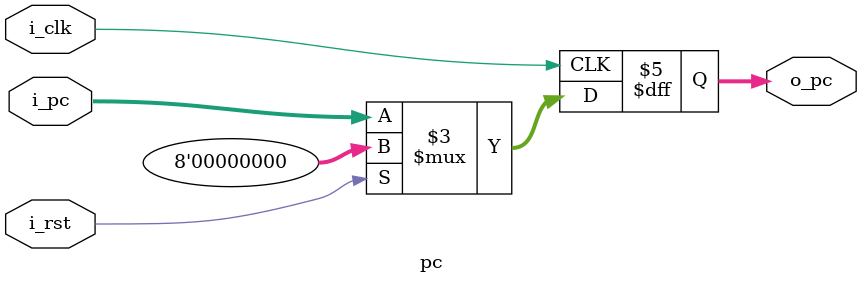
<source format=v>
module pc
(
    input   wire            i_clk   ,
    input   wire            i_rst   ,
    input   wire    [7:0]   i_pc    ,
    output  wire    [7:0]   o_pc
);

    always @ (posedge i_clk) begin
        if(i_rst) begin
            o_pc = 0;
        end else begin
            o_pc = i_pc;
        end
    end

endmodule
</source>
